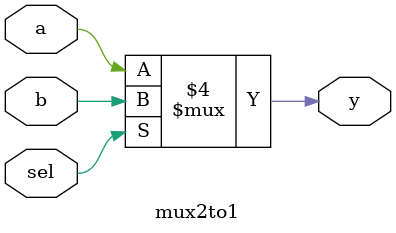
<source format=v>
module mux2to1 (
    input wire sel,
    input wire a,
    input wire b,
    output reg y
);

always @(*) begin
    if (sel == 0)
        y = a;
    else
        y = b;
end

endmodule


</source>
